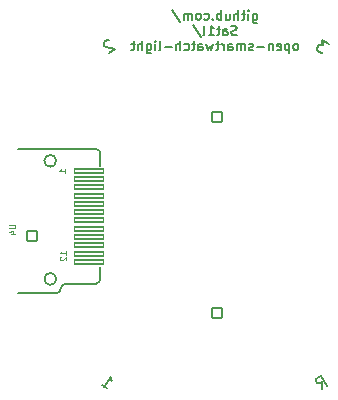
<source format=gbo>
G04 #@! TF.GenerationSoftware,KiCad,Pcbnew,(6.0.0-0)*
G04 #@! TF.CreationDate,2022-02-02T23:41:51+10:00*
G04 #@! TF.ProjectId,osw-light,6f73772d-6c69-4676-9874-2e6b69636164,3.3*
G04 #@! TF.SameCoordinates,Original*
G04 #@! TF.FileFunction,Legend,Bot*
G04 #@! TF.FilePolarity,Positive*
%FSLAX46Y46*%
G04 Gerber Fmt 4.6, Leading zero omitted, Abs format (unit mm)*
G04 Created by KiCad (PCBNEW (6.0.0-0)) date 2022-02-02 23:41:51*
%MOMM*%
%LPD*%
G01*
G04 APERTURE LIST*
G04 Aperture macros list*
%AMRoundRect*
0 Rectangle with rounded corners*
0 $1 Rounding radius*
0 $2 $3 $4 $5 $6 $7 $8 $9 X,Y pos of 4 corners*
0 Add a 4 corners polygon primitive as box body*
4,1,4,$2,$3,$4,$5,$6,$7,$8,$9,$2,$3,0*
0 Add four circle primitives for the rounded corners*
1,1,$1+$1,$2,$3*
1,1,$1+$1,$4,$5*
1,1,$1+$1,$6,$7*
1,1,$1+$1,$8,$9*
0 Add four rect primitives between the rounded corners*
20,1,$1+$1,$2,$3,$4,$5,0*
20,1,$1+$1,$4,$5,$6,$7,0*
20,1,$1+$1,$6,$7,$8,$9,0*
20,1,$1+$1,$8,$9,$2,$3,0*%
%AMHorizOval*
0 Thick line with rounded ends*
0 $1 width*
0 $2 $3 position (X,Y) of the first rounded end (center of the circle)*
0 $4 $5 position (X,Y) of the second rounded end (center of the circle)*
0 Add line between two ends*
20,1,$1,$2,$3,$4,$5,0*
0 Add two circle primitives to create the rounded ends*
1,1,$1,$2,$3*
1,1,$1,$4,$5*%
G04 Aperture macros list end*
%ADD10C,0.200000*%
%ADD11C,0.160000*%
%ADD12C,0.100000*%
%ADD13C,0.150000*%
%ADD14HorizOval,0.702000X0.251623X-0.387466X-0.251623X0.387466X0*%
%ADD15HorizOval,0.702000X-0.251623X-0.387466X0.251623X0.387466X0*%
%ADD16HorizOval,0.702000X-0.251623X0.387466X0.251623X-0.387466X0*%
%ADD17HorizOval,0.702000X0.251623X0.387466X-0.251623X-0.387466X0*%
%ADD18RoundRect,0.051000X0.425000X0.425000X-0.425000X0.425000X-0.425000X-0.425000X0.425000X-0.425000X0*%
%ADD19O,0.952000X0.952000*%
%ADD20RoundRect,0.051000X-0.425000X-0.425000X0.425000X-0.425000X0.425000X0.425000X-0.425000X0.425000X0*%
%ADD21RoundRect,0.051000X0.425000X-0.425000X0.425000X0.425000X-0.425000X0.425000X-0.425000X-0.425000X0*%
%ADD22C,0.752000*%
%ADD23O,1.102000X1.702000*%
%ADD24O,1.102000X2.202000*%
%ADD25RoundRect,0.051000X-1.250000X0.175000X-1.250000X-0.175000X1.250000X-0.175000X1.250000X0.175000X0*%
G04 APERTURE END LIST*
D10*
X78565739Y-97497794D02*
X78046562Y-97160636D01*
X78118637Y-97661676D01*
X77998827Y-97583871D01*
X77893019Y-97571937D01*
X77827147Y-97585938D01*
X77735340Y-97639877D01*
X77605664Y-97839560D01*
X77593730Y-97945369D01*
X77607732Y-98011241D01*
X77661670Y-98103048D01*
X77901290Y-98258659D01*
X78007099Y-98270593D01*
X78072970Y-98256591D01*
X77974723Y-126771497D02*
X77994928Y-126190584D01*
X78453964Y-126460275D02*
X77909325Y-125621604D01*
X77589831Y-125829086D01*
X77535893Y-125920893D01*
X77521891Y-125986764D01*
X77533825Y-126092573D01*
X77611631Y-126212383D01*
X77703438Y-126266321D01*
X77769310Y-126280323D01*
X77875118Y-126268389D01*
X78194612Y-126060908D01*
D11*
X72150952Y-94960571D02*
X72150952Y-95608190D01*
X72189047Y-95684380D01*
X72227142Y-95722476D01*
X72303333Y-95760571D01*
X72417619Y-95760571D01*
X72493809Y-95722476D01*
X72150952Y-95455809D02*
X72227142Y-95493904D01*
X72379523Y-95493904D01*
X72455714Y-95455809D01*
X72493809Y-95417714D01*
X72531904Y-95341523D01*
X72531904Y-95112952D01*
X72493809Y-95036761D01*
X72455714Y-94998666D01*
X72379523Y-94960571D01*
X72227142Y-94960571D01*
X72150952Y-94998666D01*
X71770000Y-95493904D02*
X71770000Y-94960571D01*
X71770000Y-94693904D02*
X71808095Y-94732000D01*
X71770000Y-94770095D01*
X71731904Y-94732000D01*
X71770000Y-94693904D01*
X71770000Y-94770095D01*
X71503333Y-94960571D02*
X71198571Y-94960571D01*
X71389047Y-94693904D02*
X71389047Y-95379619D01*
X71350952Y-95455809D01*
X71274761Y-95493904D01*
X71198571Y-95493904D01*
X70931904Y-95493904D02*
X70931904Y-94693904D01*
X70589047Y-95493904D02*
X70589047Y-95074857D01*
X70627142Y-94998666D01*
X70703333Y-94960571D01*
X70817619Y-94960571D01*
X70893809Y-94998666D01*
X70931904Y-95036761D01*
X69865238Y-94960571D02*
X69865238Y-95493904D01*
X70208095Y-94960571D02*
X70208095Y-95379619D01*
X70170000Y-95455809D01*
X70093809Y-95493904D01*
X69979523Y-95493904D01*
X69903333Y-95455809D01*
X69865238Y-95417714D01*
X69484285Y-95493904D02*
X69484285Y-94693904D01*
X69484285Y-94998666D02*
X69408095Y-94960571D01*
X69255714Y-94960571D01*
X69179523Y-94998666D01*
X69141428Y-95036761D01*
X69103333Y-95112952D01*
X69103333Y-95341523D01*
X69141428Y-95417714D01*
X69179523Y-95455809D01*
X69255714Y-95493904D01*
X69408095Y-95493904D01*
X69484285Y-95455809D01*
X68760476Y-95417714D02*
X68722380Y-95455809D01*
X68760476Y-95493904D01*
X68798571Y-95455809D01*
X68760476Y-95417714D01*
X68760476Y-95493904D01*
X68036666Y-95455809D02*
X68112857Y-95493904D01*
X68265238Y-95493904D01*
X68341428Y-95455809D01*
X68379523Y-95417714D01*
X68417619Y-95341523D01*
X68417619Y-95112952D01*
X68379523Y-95036761D01*
X68341428Y-94998666D01*
X68265238Y-94960571D01*
X68112857Y-94960571D01*
X68036666Y-94998666D01*
X67579523Y-95493904D02*
X67655714Y-95455809D01*
X67693809Y-95417714D01*
X67731904Y-95341523D01*
X67731904Y-95112952D01*
X67693809Y-95036761D01*
X67655714Y-94998666D01*
X67579523Y-94960571D01*
X67465238Y-94960571D01*
X67389047Y-94998666D01*
X67350952Y-95036761D01*
X67312857Y-95112952D01*
X67312857Y-95341523D01*
X67350952Y-95417714D01*
X67389047Y-95455809D01*
X67465238Y-95493904D01*
X67579523Y-95493904D01*
X66970000Y-95493904D02*
X66970000Y-94960571D01*
X66970000Y-95036761D02*
X66931904Y-94998666D01*
X66855714Y-94960571D01*
X66741428Y-94960571D01*
X66665238Y-94998666D01*
X66627142Y-95074857D01*
X66627142Y-95493904D01*
X66627142Y-95074857D02*
X66589047Y-94998666D01*
X66512857Y-94960571D01*
X66398571Y-94960571D01*
X66322380Y-94998666D01*
X66284285Y-95074857D01*
X66284285Y-95493904D01*
X65331904Y-94655809D02*
X66017619Y-95684380D01*
X70798571Y-96743809D02*
X70684285Y-96781904D01*
X70493809Y-96781904D01*
X70417619Y-96743809D01*
X70379523Y-96705714D01*
X70341428Y-96629523D01*
X70341428Y-96553333D01*
X70379523Y-96477142D01*
X70417619Y-96439047D01*
X70493809Y-96400952D01*
X70646190Y-96362857D01*
X70722380Y-96324761D01*
X70760476Y-96286666D01*
X70798571Y-96210476D01*
X70798571Y-96134285D01*
X70760476Y-96058095D01*
X70722380Y-96020000D01*
X70646190Y-95981904D01*
X70455714Y-95981904D01*
X70341428Y-96020000D01*
X69655714Y-96781904D02*
X69655714Y-96362857D01*
X69693809Y-96286666D01*
X69770000Y-96248571D01*
X69922380Y-96248571D01*
X69998571Y-96286666D01*
X69655714Y-96743809D02*
X69731904Y-96781904D01*
X69922380Y-96781904D01*
X69998571Y-96743809D01*
X70036666Y-96667619D01*
X70036666Y-96591428D01*
X69998571Y-96515238D01*
X69922380Y-96477142D01*
X69731904Y-96477142D01*
X69655714Y-96439047D01*
X69389047Y-96248571D02*
X69084285Y-96248571D01*
X69274761Y-95981904D02*
X69274761Y-96667619D01*
X69236666Y-96743809D01*
X69160476Y-96781904D01*
X69084285Y-96781904D01*
X68398571Y-96781904D02*
X68855714Y-96781904D01*
X68627142Y-96781904D02*
X68627142Y-95981904D01*
X68703333Y-96096190D01*
X68779523Y-96172380D01*
X68855714Y-96210476D01*
X67941428Y-96781904D02*
X68017619Y-96743809D01*
X68055714Y-96667619D01*
X68055714Y-95981904D01*
X67065238Y-95943809D02*
X67750952Y-96972380D01*
X75846190Y-98069904D02*
X75922380Y-98031809D01*
X75960476Y-97993714D01*
X75998571Y-97917523D01*
X75998571Y-97688952D01*
X75960476Y-97612761D01*
X75922380Y-97574666D01*
X75846190Y-97536571D01*
X75731904Y-97536571D01*
X75655714Y-97574666D01*
X75617619Y-97612761D01*
X75579523Y-97688952D01*
X75579523Y-97917523D01*
X75617619Y-97993714D01*
X75655714Y-98031809D01*
X75731904Y-98069904D01*
X75846190Y-98069904D01*
X75236666Y-97536571D02*
X75236666Y-98336571D01*
X75236666Y-97574666D02*
X75160476Y-97536571D01*
X75008095Y-97536571D01*
X74931904Y-97574666D01*
X74893809Y-97612761D01*
X74855714Y-97688952D01*
X74855714Y-97917523D01*
X74893809Y-97993714D01*
X74931904Y-98031809D01*
X75008095Y-98069904D01*
X75160476Y-98069904D01*
X75236666Y-98031809D01*
X74208095Y-98031809D02*
X74284285Y-98069904D01*
X74436666Y-98069904D01*
X74512857Y-98031809D01*
X74550952Y-97955619D01*
X74550952Y-97650857D01*
X74512857Y-97574666D01*
X74436666Y-97536571D01*
X74284285Y-97536571D01*
X74208095Y-97574666D01*
X74170000Y-97650857D01*
X74170000Y-97727047D01*
X74550952Y-97803238D01*
X73827142Y-97536571D02*
X73827142Y-98069904D01*
X73827142Y-97612761D02*
X73789047Y-97574666D01*
X73712857Y-97536571D01*
X73598571Y-97536571D01*
X73522380Y-97574666D01*
X73484285Y-97650857D01*
X73484285Y-98069904D01*
X73103333Y-97765142D02*
X72493809Y-97765142D01*
X72150952Y-98031809D02*
X72074761Y-98069904D01*
X71922380Y-98069904D01*
X71846190Y-98031809D01*
X71808095Y-97955619D01*
X71808095Y-97917523D01*
X71846190Y-97841333D01*
X71922380Y-97803238D01*
X72036666Y-97803238D01*
X72112857Y-97765142D01*
X72150952Y-97688952D01*
X72150952Y-97650857D01*
X72112857Y-97574666D01*
X72036666Y-97536571D01*
X71922380Y-97536571D01*
X71846190Y-97574666D01*
X71465238Y-98069904D02*
X71465238Y-97536571D01*
X71465238Y-97612761D02*
X71427142Y-97574666D01*
X71350952Y-97536571D01*
X71236666Y-97536571D01*
X71160476Y-97574666D01*
X71122380Y-97650857D01*
X71122380Y-98069904D01*
X71122380Y-97650857D02*
X71084285Y-97574666D01*
X71008095Y-97536571D01*
X70893809Y-97536571D01*
X70817619Y-97574666D01*
X70779523Y-97650857D01*
X70779523Y-98069904D01*
X70055714Y-98069904D02*
X70055714Y-97650857D01*
X70093809Y-97574666D01*
X70170000Y-97536571D01*
X70322380Y-97536571D01*
X70398571Y-97574666D01*
X70055714Y-98031809D02*
X70131904Y-98069904D01*
X70322380Y-98069904D01*
X70398571Y-98031809D01*
X70436666Y-97955619D01*
X70436666Y-97879428D01*
X70398571Y-97803238D01*
X70322380Y-97765142D01*
X70131904Y-97765142D01*
X70055714Y-97727047D01*
X69674761Y-98069904D02*
X69674761Y-97536571D01*
X69674761Y-97688952D02*
X69636666Y-97612761D01*
X69598571Y-97574666D01*
X69522380Y-97536571D01*
X69446190Y-97536571D01*
X69293809Y-97536571D02*
X68989047Y-97536571D01*
X69179523Y-97269904D02*
X69179523Y-97955619D01*
X69141428Y-98031809D01*
X69065238Y-98069904D01*
X68989047Y-98069904D01*
X68798571Y-97536571D02*
X68646190Y-98069904D01*
X68493809Y-97688952D01*
X68341428Y-98069904D01*
X68189047Y-97536571D01*
X67541428Y-98069904D02*
X67541428Y-97650857D01*
X67579523Y-97574666D01*
X67655714Y-97536571D01*
X67808095Y-97536571D01*
X67884285Y-97574666D01*
X67541428Y-98031809D02*
X67617619Y-98069904D01*
X67808095Y-98069904D01*
X67884285Y-98031809D01*
X67922380Y-97955619D01*
X67922380Y-97879428D01*
X67884285Y-97803238D01*
X67808095Y-97765142D01*
X67617619Y-97765142D01*
X67541428Y-97727047D01*
X67274761Y-97536571D02*
X66970000Y-97536571D01*
X67160476Y-97269904D02*
X67160476Y-97955619D01*
X67122380Y-98031809D01*
X67046190Y-98069904D01*
X66970000Y-98069904D01*
X66360476Y-98031809D02*
X66436666Y-98069904D01*
X66589047Y-98069904D01*
X66665238Y-98031809D01*
X66703333Y-97993714D01*
X66741428Y-97917523D01*
X66741428Y-97688952D01*
X66703333Y-97612761D01*
X66665238Y-97574666D01*
X66589047Y-97536571D01*
X66436666Y-97536571D01*
X66360476Y-97574666D01*
X66017619Y-98069904D02*
X66017619Y-97269904D01*
X65674761Y-98069904D02*
X65674761Y-97650857D01*
X65712857Y-97574666D01*
X65789047Y-97536571D01*
X65903333Y-97536571D01*
X65979523Y-97574666D01*
X66017619Y-97612761D01*
X65293809Y-97765142D02*
X64684285Y-97765142D01*
X64189047Y-98069904D02*
X64265238Y-98031809D01*
X64303333Y-97955619D01*
X64303333Y-97269904D01*
X63884285Y-98069904D02*
X63884285Y-97536571D01*
X63884285Y-97269904D02*
X63922380Y-97308000D01*
X63884285Y-97346095D01*
X63846190Y-97308000D01*
X63884285Y-97269904D01*
X63884285Y-97346095D01*
X63160476Y-97536571D02*
X63160476Y-98184190D01*
X63198571Y-98260380D01*
X63236666Y-98298476D01*
X63312857Y-98336571D01*
X63427142Y-98336571D01*
X63503333Y-98298476D01*
X63160476Y-98031809D02*
X63236666Y-98069904D01*
X63389047Y-98069904D01*
X63465238Y-98031809D01*
X63503333Y-97993714D01*
X63541428Y-97917523D01*
X63541428Y-97688952D01*
X63503333Y-97612761D01*
X63465238Y-97574666D01*
X63389047Y-97536571D01*
X63236666Y-97536571D01*
X63160476Y-97574666D01*
X62779523Y-98069904D02*
X62779523Y-97269904D01*
X62436666Y-98069904D02*
X62436666Y-97650857D01*
X62474761Y-97574666D01*
X62550952Y-97536571D01*
X62665238Y-97536571D01*
X62741428Y-97574666D01*
X62779523Y-97612761D01*
X62170000Y-97536571D02*
X61865238Y-97536571D01*
X62055714Y-97269904D02*
X62055714Y-97955619D01*
X62017619Y-98031809D01*
X61941428Y-98069904D01*
X61865238Y-98069904D01*
D10*
X59947163Y-97240510D02*
X59881291Y-97226508D01*
X59775483Y-97238442D01*
X59575799Y-97368118D01*
X59521861Y-97459925D01*
X59507860Y-97525797D01*
X59519793Y-97631605D01*
X59571664Y-97711479D01*
X59689406Y-97805354D01*
X60479869Y-97973372D01*
X59960692Y-98310529D01*
X59340923Y-126383807D02*
X59820163Y-126695029D01*
X59580543Y-126539418D02*
X60125182Y-125700748D01*
X60127250Y-125872428D01*
X60155253Y-126004172D01*
X60209191Y-126095979D01*
D12*
X51497118Y-112848567D02*
X51901880Y-112848567D01*
X51949499Y-112872377D01*
X51973308Y-112896186D01*
X51997118Y-112943805D01*
X51997118Y-113039043D01*
X51973308Y-113086662D01*
X51949499Y-113110472D01*
X51901880Y-113134281D01*
X51497118Y-113134281D01*
X51663785Y-113586662D02*
X51997118Y-113586662D01*
X51473308Y-113467615D02*
X51830451Y-113348567D01*
X51830451Y-113658091D01*
X56275118Y-108419377D02*
X56275118Y-108133662D01*
X56275118Y-108276520D02*
X55775118Y-108276520D01*
X55846547Y-108228900D01*
X55894166Y-108181281D01*
X55917975Y-108133662D01*
X56325118Y-115381281D02*
X56325118Y-115095567D01*
X56325118Y-115238424D02*
X55825118Y-115238424D01*
X55896547Y-115190805D01*
X55944166Y-115143186D01*
X55967975Y-115095567D01*
X55872737Y-115571758D02*
X55848928Y-115595567D01*
X55825118Y-115643186D01*
X55825118Y-115762234D01*
X55848928Y-115809853D01*
X55872737Y-115833662D01*
X55920356Y-115857472D01*
X55967975Y-115857472D01*
X56039404Y-115833662D01*
X56325118Y-115547948D01*
X56325118Y-115857472D01*
D13*
X55498928Y-118626520D02*
X52498928Y-118626520D01*
X59248928Y-116426520D02*
X59248928Y-117426520D01*
X59248928Y-106826520D02*
X59248928Y-107826520D01*
X52498928Y-118626520D02*
X52278928Y-118626520D01*
X58848928Y-106426520D02*
X52248928Y-106426520D01*
X56298928Y-117826520D02*
X58898928Y-117826520D01*
X55498928Y-118626520D02*
G75*
G03*
X55898928Y-118226520I1J399999D01*
G01*
X56298928Y-117826520D02*
G75*
G03*
X55898928Y-118226520I-1J-399999D01*
G01*
X59248928Y-106826520D02*
G75*
G03*
X58848928Y-106426520I-399999J1D01*
G01*
X58848928Y-117826520D02*
G75*
G03*
X59248928Y-117426520I1J399999D01*
G01*
X55498928Y-107426520D02*
G75*
G03*
X55498928Y-107426520I-500000J0D01*
G01*
X55498928Y-117426520D02*
G75*
G03*
X55498928Y-117426520I-500000J0D01*
G01*
%LPC*%
D14*
X75866865Y-127562571D03*
X80127311Y-124795804D03*
D15*
X62074991Y-127562571D03*
X57814545Y-124795804D03*
D16*
X57814545Y-99203236D03*
X62074991Y-96436469D03*
D17*
X75866865Y-96436469D03*
X80127311Y-99203236D03*
D18*
X53410928Y-113817020D03*
D19*
X53410928Y-112817020D03*
D20*
X84010928Y-103732020D03*
D19*
X84010928Y-104732020D03*
D21*
X69120928Y-103699520D03*
D19*
X70120928Y-103699520D03*
X71120928Y-103699520D03*
X72120928Y-103699520D03*
D22*
X71860928Y-124839520D03*
X66080928Y-124839520D03*
D23*
X64650928Y-128489520D03*
D24*
X64650928Y-124309520D03*
X73290928Y-124309520D03*
D23*
X73290928Y-128489520D03*
D21*
X69120928Y-120309520D03*
D19*
X70120928Y-120309520D03*
X71120928Y-120309520D03*
X72120928Y-120309520D03*
D25*
X58298928Y-115976520D03*
X58298928Y-115276520D03*
X58298928Y-114576520D03*
X58298928Y-113876520D03*
X58298928Y-113176520D03*
X58298928Y-112476520D03*
X58298928Y-111776520D03*
X58298928Y-111076520D03*
X58298928Y-110376520D03*
X58298928Y-109676520D03*
X58298928Y-108976520D03*
X58298928Y-108276520D03*
M02*

</source>
